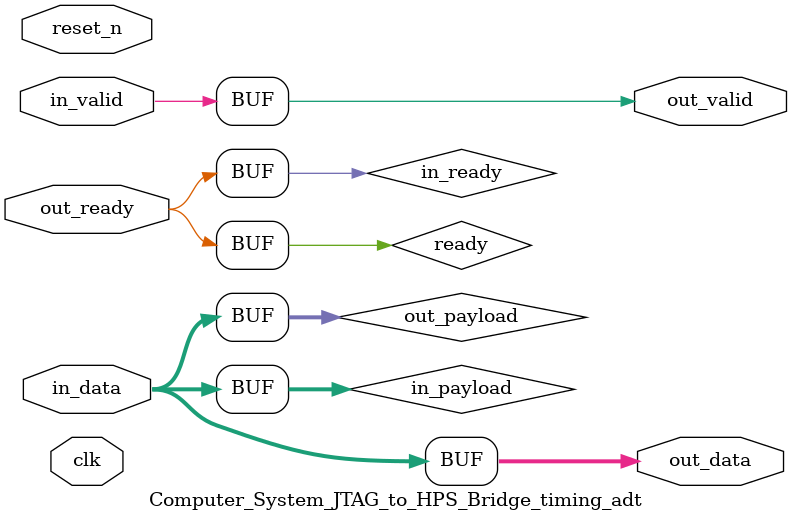
<source format=v>

`timescale 1ns / 100ps
module Computer_System_JTAG_to_HPS_Bridge_timing_adt (
    
      // Interface: clk
      input              clk,
      // Interface: reset
      input              reset_n,
      // Interface: in
      input              in_valid,
      input      [ 7: 0] in_data,
      // Interface: out
      output reg         out_valid,
      output reg [ 7: 0] out_data,
      input              out_ready
);




   // ---------------------------------------------------------------------
   //| Signal Declarations
   // ---------------------------------------------------------------------

   reg  [ 7: 0] in_payload;
   reg  [ 7: 0] out_payload;
   reg  [ 0: 0] ready;
   reg          in_ready;
   // synthesis translate_off
   always @(negedge in_ready) begin
      $display("%m: The downstream component is backpressuring by deasserting ready, but the upstream component can't be backpressured.");
   end
   // synthesis translate_on   


   // ---------------------------------------------------------------------
   //| Payload Mapping
   // ---------------------------------------------------------------------
   always @* begin
     in_payload = {in_data};
     {out_data} = out_payload;
   end

   // ---------------------------------------------------------------------
   //| Ready & valid signals.
   // ---------------------------------------------------------------------
   always @* begin
     ready[0] = out_ready;
     out_valid = in_valid;
     out_payload = in_payload;
     in_ready = ready[0];
   end




endmodule


</source>
